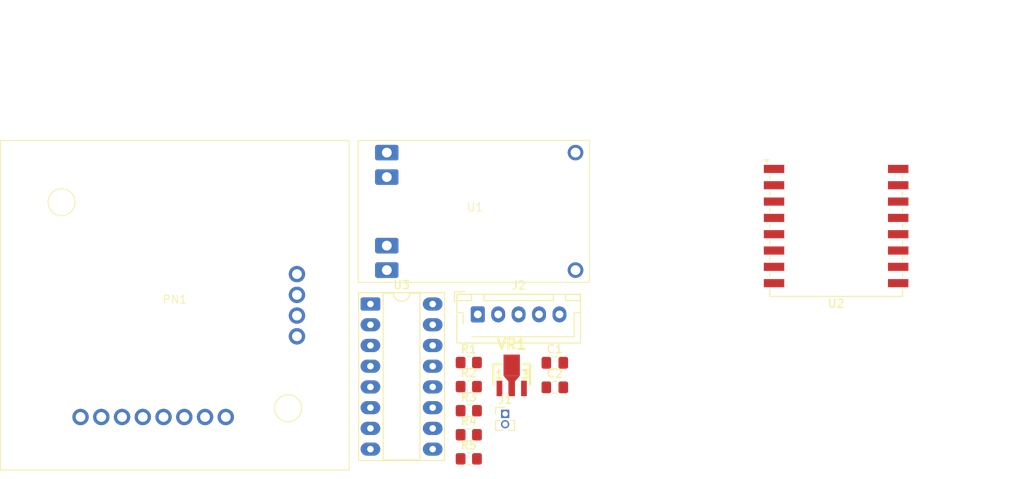
<source format=kicad_pcb>
(kicad_pcb (version 20241229) (generator "pcbnew") (generator_version "9.0")
  (layers (0 "F.Cu" signal) (2 "B.Cu" signal) (13 "F.Paste" user) (15 "B.Paste" user) (5 "F.SilkS" user "F.Silkscreen") (7 "B.SilkS" user "B.Silkscreen") (1 "F.Mask" user) (3 "B.Mask" user) (25 "Edge.Cuts" user))
  (net 0 "")
  (net 1 "GND")
  (net 2 "5v")
  (net 3 "VCC")
  (net 4 "RXD")
  (net 5 "TXD")
  (net 6 "Net-(J2-Pin_3)")
  (net 7 "Net-(J2-Pin_4)")
  (net 8 "Net-(J2-Pin_2)")
  (net 9 "Net-(J2-Pin_1)")
  (net 11 "IC2 1")
  (net 14 "IC2 2")
  (net 20 "GPIO 0")
  (net 21 "GPIO 2")
  (net 22 "EN")
  (net 23 "RST")
  (net 24 "GPIO 15")
  (net 25 "+5V")
  (net 26 "PHASE B")
  (net 28 "PHASE A")
  (net 29 "PHASE C")
  (net 30 "PHASE D")
  (footprint "Resistor_SMD:R_0805_2012Metric_Pad1.20x1.40mm_HandSolder" (layer "F.Cu") (at 153.435 121.025)
    (property "Reference" "R5" (at 0 -1.65 0) (layer "F.SilkS"))
    (property "Value" "30K")
    (fp_line (start -0.227064 -0.735) (end 0.227064 -0.735) (stroke (width 0.12)) (layer "F.SilkS"))
    (fp_line (start -0.227064 0.735) (end 0.227064 0.735) (stroke (width 0.12)) (layer "F.SilkS"))
    (pad "1" smd roundrect (at -1 0) (size 1.2 1.4) (layers "F.Cu" "F.Mask" "F.Paste") (roundrect_rratio 0.208333) (net 1 "GND"))
    (pad "2" smd roundrect (at 1 0) (size 1.2 1.4) (layers "F.Cu" "F.Mask" "F.Paste") (roundrect_rratio 0.208333) (net 24 "GPIO 15"))
  )
  (footprint "OLIMEX_Regulators-FP:SOT89-3" (layer "F.Cu") (at 158.68744 110.8)
    (property "Reference" "VR1" (at 0 -3.81 0) (layer "F.SilkS") (effects (font (size 1.27 1.27) (thickness 0.254))))
    (property "Value" "MCP1700T-3302E_MB(SOT89-3)")
    (fp_line (start -2.25044 -1.35048) (end -2.25044 1.15) (stroke (width 0.254)) (layer "F.SilkS"))
    (fp_line (start -2.25044 -1.35048) (end -1.3 -1.35048) (stroke (width 0.254)) (layer "F.SilkS"))
    (fp_line (start 2.25044 -1.35048) (end 1.3 -1.35048) (stroke (width 0.254)) (layer "F.SilkS"))
    (fp_line (start 2.25044 -1.35048) (end 2.25044 1.15) (stroke (width 0.254)) (layer "F.SilkS"))
    (fp_text user "1" (at -1.524 -0.1 0) (layer "F.SilkS") (effects (font (size 1.016 1.016) (thickness 0.254))))
    (fp_text user "3" (at 1.651 -0.1 0) (layer "F.SilkS") (effects (font (size 1.016 1.016) (thickness 0.254))))
    (pad "1" smd rect (at -1.5 1.6) (size 0.7 1.9) (layers "F.Cu" "F.Mask" "F.Paste") (net 1 "GND") (clearance 0.0508))
    (pad "2" smd rect (at 0 -1.25) (size 2 2.6) (layers "F.Cu" "F.Mask" "F.Paste") (net 2 "5v") (clearance 0.0508))
    (pad "2" smd trapezoid (at 0 0.45 180) (size 1.3 0.8) (rect_delta 0 0.7) (layers "F.Cu" "F.Mask") (net 2 "5v") (clearance 0.0508))
    (pad "2" smd rect (at 0 1.6) (size 0.8 1.9) (layers "F.Cu" "F.Mask" "F.Paste") (net 2 "5v") (clearance 0.0508))
    (pad "3" smd rect (at 1.5 1.6) (size 0.7 1.9) (layers "F.Cu" "F.Mask" "F.Paste") (net 3 "VCC") (clearance 0.0508))
  )
  (footprint "msv-pcb-utils:Charging Module" (layer "F.Cu") (at 154.2 90.7)
    (property "Reference" "U1" (at 0 -0.5 0) (layer "F.SilkS") (effects (font (thickness 0.1))))
    (property "Value" "~")
    (fp_rect (start -14.3 -8.7) (end 14 8.7) (stroke (width 0.1)) (fill no) (layer "F.SilkS"))
    (pad "" thru_hole circle (at 12.3 -7.2) (size 1.905 1.905) (drill 1.2) (layers "*.Cu" "*.Mask"))
    (pad "" thru_hole circle (at 12.3 7.2) (size 1.905 1.905) (drill 1.2) (layers "*.Cu" "*.Mask"))
    (pad "1" thru_hole roundrect (at -10.8 7.2) (size 2.8575 1.905) (drill 1.2) (layers "*.Cu" "*.Mask") (roundrect_rratio 0.15) (net 2 "5v"))
    (pad "2" thru_hole roundrect (at -10.8 4.2) (size 2.8575 1.905) (drill 1.2) (layers "*.Cu" "*.Mask") (roundrect_rratio 0.15) (net 25 "+5V"))
    (pad "3" thru_hole roundrect (at -10.8 -4.2) (size 2.8575 1.905) (drill 1.2) (layers "*.Cu" "*.Mask") (roundrect_rratio 0.15) (net 1 "GND"))
    (pad "4" thru_hole roundrect (at -10.8 -7.2) (size 2.8575 1.905) (drill 1.2) (layers "*.Cu" "*.Mask") (roundrect_rratio 0.15) (net 1 "GND"))
  )
  (footprint "Capacitor_SMD:C_0805_2012Metric_Pad1.18x1.45mm_HandSolder" (layer "F.Cu") (at 163.965 112.265)
    (property "Reference" "C2" (at 0 -1.68 0) (layer "F.SilkS"))
    (property "Value" "100µF")
    (fp_line (start -0.261252 -0.735) (end 0.261252 -0.735) (stroke (width 0.12)) (layer "F.SilkS"))
    (fp_line (start -0.261252 0.735) (end 0.261252 0.735) (stroke (width 0.12)) (layer "F.SilkS"))
    (pad "1" smd roundrect (at -1.0375 0) (size 1.175 1.45) (layers "F.Cu" "F.Mask" "F.Paste") (roundrect_rratio 0.212766) (net 3 "VCC"))
    (pad "2" smd roundrect (at 1.0375 0) (size 1.175 1.45) (layers "F.Cu" "F.Mask" "F.Paste") (roundrect_rratio 0.212766) (net 1 "GND"))
  )
  (footprint "RF_Module:ESP-07" (layer "F.Cu") (at 198.4 90.4)
    (property "Reference" "U2" (at 0 11.6 0) (layer "F.SilkS"))
    (property "Value" "ESP-07")
    (fp_line (start -8.12 -3.7) (end -8.12 -4.1) (stroke (width 0.12)) (layer "F.SilkS"))
    (fp_line (start -8.12 -1.7) (end -8.12 -2.1) (stroke (width 0.12)) (layer "F.SilkS"))
    (fp_line (start -8.12 0.3) (end -8.12 -0.1) (stroke (width 0.12)) (layer "F.SilkS"))
    (fp_line (start -8.12 2.3) (end -8.12 1.9) (stroke (width 0.12)) (layer "F.SilkS"))
    (fp_line (start -8.12 4.3) (end -8.12 3.9) (stroke (width 0.12)) (layer "F.SilkS"))
    (fp_line (start -8.12 6.3) (end -8.12 5.9) (stroke (width 0.12)) (layer "F.SilkS"))
    (fp_line (start -8.12 8.3) (end -8.12 7.9) (stroke (width 0.12)) (layer "F.SilkS"))
    (fp_line (start -8.12 10.72) (end -8.12 9.9) (stroke (width 0.12)) (layer "F.SilkS"))
    (fp_line (start 8.12 -3.7) (end 8.12 -4.1) (stroke (width 0.12)) (layer "F.SilkS"))
    (fp_line (start 8.12 -1.7) (end 8.12 -2.1) (stroke (width 0.12)) (layer "F.SilkS"))
    (fp_line (start 8.12 0.3) (end 8.12 -0.1) (stroke (width 0.12)) (layer "F.SilkS"))
    (fp_line (start 8.12 2.3) (end 8.12 1.9) (stroke (width 0.12)) (layer "F.SilkS"))
    (fp_line (start 8.12 4.3) (end 8.12 3.9) (stroke (width 0.12)) (layer "F.SilkS"))
    (fp_line (start 8.12 6.3) (end 8.12 5.9) (stroke (width 0.12)) (layer "F.SilkS"))
    (fp_line (start 8.12 8.3) (end 8.12 7.9) (stroke (width 0.12)) (layer "F.SilkS"))
    (fp_line (start 8.12 9.9) (end 8.12 10.72) (stroke (width 0.12)) (layer "F.SilkS"))
    (fp_line (start 8.12 10.72) (end -8.12 10.72) (stroke (width 0.12)) (layer "F.SilkS"))
    (fp_poly (pts (xy -8.5 -5.7) (xy -8.74 -6.036) (xy -8.26 -6.036) (xy -8.5 -5.7)) (stroke (width 0.12)) (fill yes) (layer "F.SilkS"))
    (pad "1" smd rect (at -7.6 -4.9) (size 2.5 1) (layers "F.Cu" "F.Mask" "F.Paste") (net 23 "RST"))
    (pad "2" smd rect (at -7.6 -2.9) (size 2.5 1) (layers "F.Cu" "F.Mask" "F.Paste"))
    (pad "3" smd rect (at -7.6 -0.9) (size 2.5 1) (layers "F.Cu" "F.Mask" "F.Paste") (net 22 "EN"))
    (pad "4" smd rect (at -7.6 1.1) (size 2.5 1) (layers "F.Cu" "F.Mask" "F.Paste") (net 11 "IC2 1"))
    (pad "5" smd rect (at -7.6 3.1) (size 2.5 1) (layers "F.Cu" "F.Mask" "F.Paste") (net 14 "IC2 2"))
    (pad "6" smd rect (at -7.6 5.1) (size 2.5 1) (layers "F.Cu" "F.Mask" "F.Paste") (net 29 "PHASE C"))
    (pad "7" smd rect (at -7.6 7.1) (size 2.5 1) (layers "F.Cu" "F.Mask" "F.Paste") (net 30 "PHASE D"))
    (pad "8" smd rect (at -7.6 9.1) (size 2.5 1) (layers "F.Cu" "F.Mask" "F.Paste") (net 3 "VCC"))
    (pad "9" smd rect (at 7.6 9.1) (size 2.5 1) (layers "F.Cu" "F.Mask" "F.Paste") (net 1 "GND"))
    (pad "10" smd rect (at 7.6 7.1) (size 2.5 1) (layers "F.Cu" "F.Mask" "F.Paste") (net 24 "GPIO 15"))
    (pad "11" smd rect (at 7.6 5.1) (size 2.5 1) (layers "F.Cu" "F.Mask" "F.Paste") (net 21 "GPIO 2"))
    (pad "12" smd rect (at 7.6 3.1) (size 2.5 1) (layers "F.Cu" "F.Mask" "F.Paste") (net 20 "GPIO 0"))
    (pad "13" smd rect (at 7.6 1.1) (size 2.5 1) (layers "F.Cu" "F.Mask" "F.Paste") (net 28 "PHASE A"))
    (pad "14" smd rect (at 7.6 -0.9) (size 2.5 1) (layers "F.Cu" "F.Mask" "F.Paste") (net 26 "PHASE B"))
    (pad "15" smd rect (at 7.6 -2.9) (size 2.5 1) (layers "F.Cu" "F.Mask" "F.Paste") (net 4 "RXD"))
    (pad "16" smd rect (at 7.6 -4.9) (size 2.5 1) (layers "F.Cu" "F.Mask" "F.Paste") (net 5 "TXD"))
  )
  (footprint "Capacitor_SMD:C_0805_2012Metric_Pad1.18x1.45mm_HandSolder" (layer "F.Cu") (at 163.965 109.255)
    (property "Reference" "C1" (at 0 -1.68 0) (layer "F.SilkS"))
    (property "Value" "1µF")
    (fp_line (start -0.261252 -0.735) (end 0.261252 -0.735) (stroke (width 0.12)) (layer "F.SilkS"))
    (fp_line (start -0.261252 0.735) (end 0.261252 0.735) (stroke (width 0.12)) (layer "F.SilkS"))
    (pad "1" smd roundrect (at -1.0375 0) (size 1.175 1.45) (layers "F.Cu" "F.Mask" "F.Paste") (roundrect_rratio 0.212766) (net 2 "5v"))
    (pad "2" smd roundrect (at 1.0375 0) (size 1.175 1.45) (layers "F.Cu" "F.Mask" "F.Paste") (roundrect_rratio 0.212766) (net 1 "GND"))
  )
  (footprint "Resistor_SMD:R_0805_2012Metric_Pad1.20x1.40mm_HandSolder" (layer "F.Cu") (at 153.435 112.175)
    (property "Reference" "R2" (at 0 -1.65 0) (layer "F.SilkS"))
    (property "Value" "45K")
    (fp_line (start -0.227064 -0.735) (end 0.227064 -0.735) (stroke (width 0.12)) (layer "F.SilkS"))
    (fp_line (start -0.227064 0.735) (end 0.227064 0.735) (stroke (width 0.12)) (layer "F.SilkS"))
    (pad "1" smd roundrect (at -1 0) (size 1.2 1.4) (layers "F.Cu" "F.Mask" "F.Paste") (roundrect_rratio 0.208333) (net 3 "VCC"))
    (pad "2" smd roundrect (at 1 0) (size 1.2 1.4) (layers "F.Cu" "F.Mask" "F.Paste") (roundrect_rratio 0.208333) (net 21 "GPIO 2"))
  )
  (footprint "Connector_JST:JST_XH_B5B-XH-AM_1x05_P2.50mm_Vertical" (layer "F.Cu") (at 154.535 103.325)
    (property "Reference" "J2" (at 5 -3.55 0) (layer "F.SilkS"))
    (property "Value" "Conn_01x05_Socket")
    (fp_line (start -2.85 -2.75) (end -2.85 -1.5) (stroke (width 0.12)) (layer "F.SilkS"))
    (fp_line (start -2.56 -2.46) (end -2.56 3.51) (stroke (width 0.12)) (layer "F.SilkS"))
    (fp_line (start -2.56 3.51) (end 12.56 3.51) (stroke (width 0.12)) (layer "F.SilkS"))
    (fp_line (start -2.55 -2.45) (end -2.55 -1.7) (stroke (width 0.12)) (layer "F.SilkS"))
    (fp_line (start -2.55 -1.7) (end -0.75 -1.7) (stroke (width 0.12)) (layer "F.SilkS"))
    (fp_line (start -2.55 -0.2) (end -1.8 -0.2) (stroke (width 0.12)) (layer "F.SilkS"))
    (fp_line (start -1.8 -0.2) (end -1.8 1.14) (stroke (width 0.12)) (layer "F.SilkS"))
    (fp_line (start -1.6 -2.75) (end -2.85 -2.75) (stroke (width 0.12)) (layer "F.SilkS"))
    (fp_line (start -0.75 -2.45) (end -2.55 -2.45) (stroke (width 0.12)) (layer "F.SilkS"))
    (fp_line (start -0.75 -1.7) (end -0.75 -2.45) (stroke (width 0.12)) (layer "F.SilkS"))
    (fp_line (start 0.75 -2.45) (end 0.75 -1.7) (stroke (width 0.12)) (layer "F.SilkS"))
    (fp_line (start 0.75 -1.7) (end 9.25 -1.7) (stroke (width 0.12)) (layer "F.SilkS"))
    (fp_line (start 5 2.75) (end -0.74 2.75) (stroke (width 0.12)) (layer "F.SilkS"))
    (fp_line (start 9.25 -2.45) (end 0.75 -2.45) (stroke (width 0.12)) (layer "F.SilkS"))
    (fp_line (start 9.25 -1.7) (end 9.25 -2.45) (stroke (width 0.12)) (layer "F.SilkS"))
    (fp_line (start 10.75 -2.45) (end 10.75 -1.7) (stroke (width 0.12)) (layer "F.SilkS"))
    (fp_line (start 10.75 -1.7) (end 12.55 -1.7) (stroke (width 0.12)) (layer "F.SilkS"))
    (fp_line (start 11.8 -0.2) (end 11.8 2.75) (stroke (width 0.12)) (layer "F.SilkS"))
    (fp_line (start 11.8 2.75) (end 5 2.75) (stroke (width 0.12)) (layer "F.SilkS"))
    (fp_line (start 12.55 -2.45) (end 10.75 -2.45) (stroke (width 0.12)) (layer "F.SilkS"))
    (fp_line (start 12.55 -1.7) (end 12.55 -2.45) (stroke (width 0.12)) (layer "F.SilkS"))
    (fp_line (start 12.55 -0.2) (end 11.8 -0.2) (stroke (width 0.12)) (layer "F.SilkS"))
    (fp_line (start 12.56 -2.46) (end -2.56 -2.46) (stroke (width 0.12)) (layer "F.SilkS"))
    (fp_line (start 12.56 3.51) (end 12.56 -2.46) (stroke (width 0.12)) (layer "F.SilkS"))
    (pad "" np_thru_hole circle (at -1.6 2) (size 1.2 1.2) (drill 1.2) (layers "*.Cu" "*.Mask"))
    (pad "1" thru_hole roundrect (at 0 0) (size 1.7 1.95) (drill 0.95) (layers "*.Cu" "*.Mask") (roundrect_rratio 0.147059) (net 9 "Net-(J2-Pin_1)"))
    (pad "2" thru_hole oval (at 2.5 0) (size 1.7 1.95) (drill 0.95) (layers "*.Cu" "*.Mask") (net 8 "Net-(J2-Pin_2)"))
    (pad "3" thru_hole oval (at 5 0) (size 1.7 1.95) (drill 0.95) (layers "*.Cu" "*.Mask") (net 6 "Net-(J2-Pin_3)"))
    (pad "4" thru_hole oval (at 7.5 0) (size 1.7 1.95) (drill 0.95) (layers "*.Cu" "*.Mask") (net 7 "Net-(J2-Pin_4)"))
    (pad "5" thru_hole oval (at 10 0) (size 1.7 1.95) (drill 0.95) (layers "*.Cu" "*.Mask") (net 1 "GND"))
  )
  (footprint "msv-pcb-utils:PN532 Module V3" (layer "F.Cu") (at 117.45 102)
    (property "Reference" "PN1" (at 0 -0.5 0) (layer "F.SilkS") (effects (font (thickness 0.1))))
    (property "Value" "~")
    (fp_rect (start -21.35 -20) (end 21.35 20.4) (stroke (width 0.1)) (fill no) (layer "F.SilkS"))
    (fp_circle (center -13.8725 -12.4225) (end -12.2225 -12.4225) (stroke (width 0.1)) (fill no) (layer "F.SilkS"))
    (fp_circle (center 13.8725 12.8225) (end 15.5225 12.8225) (stroke (width 0.1)) (fill no) (layer "F.SilkS"))
    (pad "1" thru_hole circle (at 6.24 13.9) (size 2 2) (drill 1.2) (layers "*.Cu" "*.Mask"))
    (pad "2" thru_hole circle (at 3.7 13.9) (size 2 2) (drill 1.2) (layers "*.Cu" "*.Mask"))
    (pad "3" thru_hole circle (at 1.16 13.9) (size 2 2) (drill 1.2) (layers "*.Cu" "*.Mask"))
    (pad "4" thru_hole circle (at -1.38 13.9) (size 2 2) (drill 1.2) (layers "*.Cu" "*.Mask"))
    (pad "5" thru_hole circle (at -3.92 13.9) (size 2 2) (drill 1.2) (layers "*.Cu" "*.Mask"))
    (pad "6" thru_hole circle (at -6.46 13.9) (size 2 2) (drill 1.2) (layers "*.Cu" "*.Mask"))
    (pad "7" thru_hole circle (at -9 13.9) (size 2 2) (drill 1.2) (layers "*.Cu" "*.Mask"))
    (pad "8" thru_hole circle (at -11.54 13.9) (size 2 2) (drill 1.2) (layers "*.Cu" "*.Mask"))
    (pad "9" thru_hole circle (at 14.95 -3.61) (size 2 2) (drill 1.2) (layers "*.Cu" "*.Mask") (net 14 "IC2 2"))
    (pad "10" thru_hole circle (at 14.95 -1.07) (size 2 2) (drill 1.2) (layers "*.Cu" "*.Mask") (net 11 "IC2 1"))
    (pad "11" thru_hole circle (at 14.95 1.47) (size 2 2) (drill 1.2) (layers "*.Cu" "*.Mask") (net 3 "VCC"))
    (pad "12" thru_hole circle (at 14.95 4.01) (size 2 2) (drill 1.2) (layers "*.Cu" "*.Mask") (net 1 "GND"))
  )
  (footprint "Resistor_SMD:R_0805_2012Metric_Pad1.20x1.40mm_HandSolder" (layer "F.Cu") (at 153.435 109.225)
    (property "Reference" "R1" (at 0 -1.65 0) (layer "F.SilkS"))
    (property "Value" "45K")
    (fp_line (start -0.227064 -0.735) (end 0.227064 -0.735) (stroke (width 0.12)) (layer "F.SilkS"))
    (fp_line (start -0.227064 0.735) (end 0.227064 0.735) (stroke (width 0.12)) (layer "F.SilkS"))
    (pad "1" smd roundrect (at -1 0) (size 1.2 1.4) (layers "F.Cu" "F.Mask" "F.Paste") (roundrect_rratio 0.208333) (net 3 "VCC"))
    (pad "2" smd roundrect (at 1 0) (size 1.2 1.4) (layers "F.Cu" "F.Mask" "F.Paste") (roundrect_rratio 0.208333) (net 20 "GPIO 0"))
  )
  (footprint "Connector_PinHeader_1.27mm:PinHeader_1x02_P1.27mm_Vertical" (layer "F.Cu") (at 157.885 115.515)
    (property "Reference" "J1" (at 0 -1.745 0) (layer "F.SilkS"))
    (property "Value" "Conn_01x02_Pin")
    (fp_line (start -1.16 -0.81) (end 0 -0.81) (stroke (width 0.12)) (layer "F.SilkS"))
    (fp_line (start -1.16 0) (end -1.16 -0.81) (stroke (width 0.12)) (layer "F.SilkS"))
    (fp_line (start -1.16 0.81) (end -1.16 2.015) (stroke (width 0.12)) (layer "F.SilkS"))
    (fp_line (start -1.16 0.81) (end -0.666708 0.81) (stroke (width 0.12)) (layer "F.SilkS"))
    (fp_line (start -1.16 2.015) (end -0.317923 2.015) (stroke (width 0.12)) (layer "F.SilkS"))
    (fp_line (start 0.317923 2.015) (end 1.16 2.015) (stroke (width 0.12)) (layer "F.SilkS"))
    (fp_line (start 0.666708 0.81) (end 1.16 0.81) (stroke (width 0.12)) (layer "F.SilkS"))
    (fp_line (start 1.16 0.81) (end 1.16 2.015) (stroke (width 0.12)) (layer "F.SilkS"))
    (pad "1" thru_hole rect (at 0 0) (size 1 1) (drill 0.65) (layers "*.Cu" "*.Mask") (net 5 "TXD"))
    (pad "2" thru_hole circle (at 0 1.27) (size 1 1) (drill 0.65) (layers "*.Cu" "*.Mask") (net 4 "RXD"))
  )
  (footprint "Resistor_SMD:R_0805_2012Metric_Pad1.20x1.40mm_HandSolder" (layer "F.Cu") (at 153.435 118.075)
    (property "Reference" "R4" (at 0 -1.65 0) (layer "F.SilkS"))
    (property "Value" "10K")
    (fp_line (start -0.227064 -0.735) (end 0.227064 -0.735) (stroke (width 0.12)) (layer "F.SilkS"))
    (fp_line (start -0.227064 0.735) (end 0.227064 0.735) (stroke (width 0.12)) (layer "F.SilkS"))
    (pad "1" smd roundrect (at -1 0) (size 1.2 1.4) (layers "F.Cu" "F.Mask" "F.Paste") (roundrect_rratio 0.208333) (net 3 "VCC"))
    (pad "2" smd roundrect (at 1 0) (size 1.2 1.4) (layers "F.Cu" "F.Mask" "F.Paste") (roundrect_rratio 0.208333) (net 23 "RST"))
  )
  (footprint "Package_DIP:DIP-16_W7.62mm_Socket_LongPads" (layer "F.Cu") (at 141.395 102.055)
    (property "Reference" "U3" (at 3.81 -2.33 0) (layer "F.SilkS"))
    (property "Value" "ULN2003")
    (fp_line (start 1.56 -1.33) (end 1.56 19.11) (stroke (width 0.12)) (layer "F.SilkS"))
    (fp_line (start 1.56 19.11) (end 6.06 19.11) (stroke (width 0.12)) (layer "F.SilkS"))
    (fp_line (start 2.81 -1.33) (end 1.56 -1.33) (stroke (width 0.12)) (layer "F.SilkS"))
    (fp_line (start 6.06 -1.33) (end 4.81 -1.33) (stroke (width 0.12)) (layer "F.SilkS"))
    (fp_line (start 6.06 19.11) (end 6.06 -1.33) (stroke (width 0.12)) (layer "F.SilkS"))
    (fp_rect (start -1.44 -1.39) (end 9.06 19.17) (stroke (width 0.12)) (fill no) (layer "F.SilkS"))
    (fp_arc (start 4.81 -1.33) (mid 3.81 -0.33) (end 2.81 -1.33) (stroke (width 0.12)) (layer "F.SilkS"))
    (pad "1" thru_hole roundrect (at 0 0) (size 2.4 1.6) (drill 0.8) (layers "*.Cu" "*.Mask") (roundrect_rratio 0.15625) (net 28 "PHASE A"))
    (pad "2" thru_hole oval (at 0 2.54) (size 2.4 1.6) (drill 0.8) (layers "*.Cu" "*.Mask") (net 26 "PHASE B"))
    (pad "3" thru_hole oval (at 0 5.08) (size 2.4 1.6) (drill 0.8) (layers "*.Cu" "*.Mask") (net 29 "PHASE C"))
    (pad "4" thru_hole oval (at 0 7.62) (size 2.4 1.6) (drill 0.8) (layers "*.Cu" "*.Mask") (net 30 "PHASE D"))
    (pad "5" thru_hole oval (at 0 10.16) (size 2.4 1.6) (drill 0.8) (layers "*.Cu" "*.Mask"))
    (pad "6" thru_hole oval (at 0 12.7) (size 2.4 1.6) (drill 0.8) (layers "*.Cu" "*.Mask"))
    (pad "7" thru_hole oval (at 0 15.24) (size 2.4 1.6) (drill 0.8) (layers "*.Cu" "*.Mask"))
    (pad "8" thru_hole oval (at 0 17.78) (size 2.4 1.6) (drill 0.8) (layers "*.Cu" "*.Mask") (net 1 "GND"))
    (pad "9" thru_hole oval (at 7.62 17.78) (size 2.4 1.6) (drill 0.8) (layers "*.Cu" "*.Mask") (net 2 "5v"))
    (pad "10" thru_hole oval (at 7.62 15.24) (size 2.4 1.6) (drill 0.8) (layers "*.Cu" "*.Mask"))
    (pad "11" thru_hole oval (at 7.62 12.7) (size 2.4 1.6) (drill 0.8) (layers "*.Cu" "*.Mask"))
    (pad "12" thru_hole oval (at 7.62 10.16) (size 2.4 1.6) (drill 0.8) (layers "*.Cu" "*.Mask"))
    (pad "13" thru_hole oval (at 7.62 7.62) (size 2.4 1.6) (drill 0.8) (layers "*.Cu" "*.Mask") (net 7 "Net-(J2-Pin_4)"))
    (pad "14" thru_hole oval (at 7.62 5.08) (size 2.4 1.6) (drill 0.8) (layers "*.Cu" "*.Mask") (net 6 "Net-(J2-Pin_3)"))
    (pad "15" thru_hole oval (at 7.62 2.54) (size 2.4 1.6) (drill 0.8) (layers "*.Cu" "*.Mask") (net 8 "Net-(J2-Pin_2)"))
    (pad "16" thru_hole oval (at 7.62 0) (size 2.4 1.6) (drill 0.8) (layers "*.Cu" "*.Mask") (net 9 "Net-(J2-Pin_1)"))
  )
  (footprint "Resistor_SMD:R_0805_2012Metric_Pad1.20x1.40mm_HandSolder" (layer "F.Cu") (at 153.435 115.125)
    (property "Reference" "R3" (at 0 -1.65 0) (layer "F.SilkS"))
    (property "Value" "10K")
    (fp_line (start -0.227064 -0.735) (end 0.227064 -0.735) (stroke (width 0.12)) (layer "F.SilkS"))
    (fp_line (start -0.227064 0.735) (end 0.227064 0.735) (stroke (width 0.12)) (layer "F.SilkS"))
    (pad "1" smd roundrect (at -1 0) (size 1.2 1.4) (layers "F.Cu" "F.Mask" "F.Paste") (roundrect_rratio 0.208333) (net 3 "VCC"))
    (pad "2" smd roundrect (at 1 0) (size 1.2 1.4) (layers "F.Cu" "F.Mask" "F.Paste") (roundrect_rratio 0.208333) (net 22 "EN"))
  )
)
</source>
